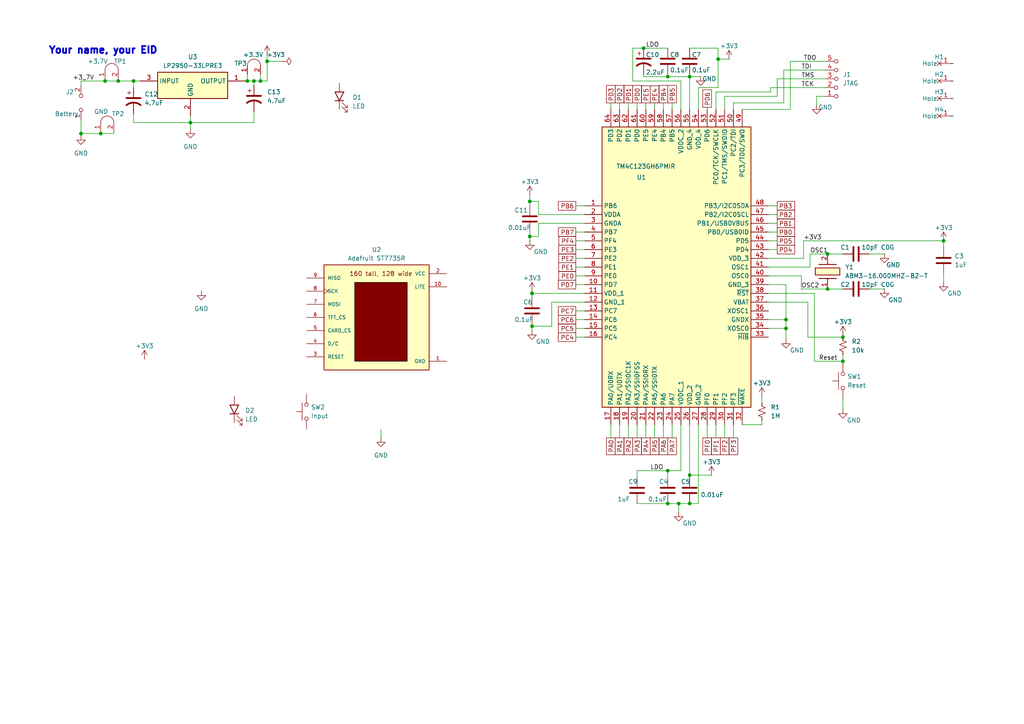
<source format=kicad_sch>
(kicad_sch (version 20231120) (generator "eeschema") (generator_version "8.0")
  (paper "A4")
  (title_block (title "ECE 445L Lab6 Project") (date "2024-02-27") (rev "v1.0.1") (company "The University of Texas at Austin"))
  (lib_symbols
    (symbol "ECE445L:ABM3-16.000MHZ-B2-T" (pin_names hide)
      (property "Reference" "Y" (at 8.89 6.35 0))
      (property "Value" "ABM3-16.000MHZ-B2-T" (at 8.89 3.81 0))
      (symbol "ABM3-16.000MHZ-B2-T_1_1"
        (polyline (pts (xy 3.048 0) (xy 2.54 0)) (stroke (width 0.254)))
        (polyline (pts (xy 3.048 2.54) (xy 3.048 -2.54)) (stroke (width 0.254)))
        (polyline (pts (xy 7.112 0) (xy 7.62 0)) (stroke (width 0.254)))
        (polyline (pts (xy 7.112 2.54) (xy 7.112 -2.54)) (stroke (width 0.254)))
        (rectangle (start 4.064 3.556) (end 6.096 -3.556) (stroke (width 0.254)) (fill (type background)))
        (pin passive line (at 0 0 0) (length 2.54) (name "1") (number "1"))
        (pin passive line (at 10.16 0 180) (length 2.54) (name "2") (number "2"))
      )
    )
    (symbol "ECE445L:Adafruit_ST7735R" (pin_names (offset 1.016))
      (property "Reference" "U?" (at -15.24 16.002 0))
      (property "Value" "Adafruit ST7735R" (at -15.24 -17.78 0))
      (symbol "Adafruit_ST7735R_0_0"
        (rectangle (start -15.24 15.24) (end 15.24 -15.24) (stroke (width 0.254)) (fill (type background)))
      )
      (symbol "Adafruit_ST7735R_1_0"
        (pin power_in line (at 20.32 -12.7 180) (length 5.08) (name "GND") (number "1"))
        (pin power_in line (at 20.32 8.89 180) (length 5.08) (name "LITE") (number "10"))
        (pin power_in line (at 20.32 12.7 180) (length 5.08) (name "VCC") (number "2"))
        (pin input line (at -20.32 -11.43 0) (length 5.08) (name "RESET") (number "3"))
        (pin input line (at -20.32 -7.62 0) (length 5.08) (name "D/C") (number "4"))
        (pin input line (at -20.32 -3.81 0) (length 5.08) (name "CARD_CS") (number "5"))
        (pin input line (at -20.32 0 0) (length 5.08) (name "TFT_CS") (number "6"))
        (pin input line (at -20.32 3.81 0) (length 5.08) (name "MOSI") (number "7"))
        (pin input clock (at -20.32 7.62 0) (length 5.08) (name "SCK") (number "8"))
        (pin output line (at -20.32 11.43 0) (length 5.08) (name "MISO") (number "9"))
      )
      (symbol "Adafruit_ST7735R_1_1"
        (rectangle (start -6.35 10.16) (end 8.89 -12.7) (stroke (width 0) (color 0 0 0 1)) (fill (type color) (color 132 0 0 1)))
        (text "160 tall, 128 wide" (at 1.27 12.7 0) (effects (font (size 1.27 1.27))))
      )
    )
    (symbol "ECE445L:C" (pin_numbers hide) (pin_names (offset 0.254))
      (property "Reference" "C" (at 0.635 2.54 0))
      (property "Value" "C" (at 0.635 -2.54 0))
      (symbol "C_0_1"
        (polyline (pts (xy -2.032 -0.762) (xy 2.032 -0.762)) (stroke (width 0.508)))
        (polyline (pts (xy -2.032 0.762) (xy 2.032 0.762)) (stroke (width 0.508)))
      )
      (symbol "C_1_1"
        (pin passive line (at 0 3.81 270) (length 2.794) (name "~") (number "1"))
        (pin passive line (at 0 -3.81 90) (length 2.794) (name "~") (number "2"))
      )
    )
    (symbol "ECE445L:C_Polarized" (pin_numbers hide) (pin_names (offset 0.254) hide)
      (property "Reference" "C" (at 0.635 2.54 0))
      (property "Value" "C_Polarized" (at 0.635 -2.54 0))
      (symbol "C_Polarized_0_1"
        (polyline (pts (xy -2.032 0.762) (xy 2.032 0.762)) (stroke (width 0.508)))
        (polyline (pts (xy -1.778 2.286) (xy -0.762 2.286)))
        (polyline (pts (xy -1.27 1.778) (xy -1.27 2.794)))
        (arc (start 2.032 -1.27) (mid 0 -0.5572) (end -2.032 -1.27) (stroke (width 0.508)))
      )
      (symbol "C_Polarized_1_1"
        (pin passive line (at 0 3.81 270) (length 2.794) (name "~") (number "1"))
        (pin passive line (at 0 -3.81 90) (length 3.302) (name "~") (number "2"))
      )
    )
    (symbol "ECE445L:Header_2" (pin_names (offset 0) hide)
      (property "Reference" "J" (at 0 2.794 0))
      (property "Value" "Header2" (at 0 -2.286 0))
      (symbol "Header_2_0_0"
        (circle (center -2.032 0) (radius 0.508))
        (circle (center 2.032 0) (radius 0.508))
      )
      (symbol "Header_2_1_1"
        (pin passive line (at -5.08 0 0) (length 2.54) (name "A") (number "1"))
        (pin passive line (at 5.08 0 180) (length 2.54) (name "B") (number "2"))
      )
    )
    (symbol "ECE445L:Header_5" (pin_names (offset 0) hide)
      (property "Reference" "J" (at 0 2.794 0))
      (property "Value" "Header_5" (at 8.89 -9.525 0))
      (symbol "Header_5_0_0"
        (circle (center 1.905 2.54) (radius 0.508))
      )
      (symbol "Header_5_1_0"
        (circle (center 1.905 -7.62) (radius 0.508))
        (circle (center 1.905 -5.08) (radius 0.508))
        (circle (center 1.905 -2.54) (radius 0.508))
        (circle (center 2.032 0) (radius 0.508))
      )
      (symbol "Header_5_1_1"
        (pin passive line (at 5.08 2.54 180) (length 2.54) (name "A") (number "1"))
        (pin passive line (at 5.08 0 180) (length 2.54) (name "B") (number "2"))
        (pin passive line (at 5.08 -2.54 180) (length 2.54) (name "C") (number "3"))
        (pin passive line (at 5.08 -5.08 180) (length 2.54) (name "C") (number "4"))
        (pin passive line (at 5.08 -7.62 180) (length 2.54) (name "C") (number "5"))
      )
    )
    (symbol "ECE445L:LED" (pin_numbers hide) (pin_names (offset 1.016) hide)
      (property "Reference" "D" (at 1.27 1.27 0))
      (property "Value" "LED" (at -5.08 -1.27 0))
      (symbol "LED_0_1"
        (polyline (pts (xy 0 -1.27) (xy -2.54 -1.27)) (stroke (width 0.254)))
        (polyline (pts (xy 0 1.27) (xy -2.54 1.27) (xy -1.27 -1.27) (xy 0 1.27)) (stroke (width 0.254)))
        (polyline (pts (xy -0.508 -3.048) (xy 1.016 -4.572) (xy 1.016 -3.81) (xy 1.016 -4.572) (xy 0.254 -4.572)))
        (polyline (pts (xy -0.508 -1.778) (xy 1.016 -3.302) (xy 1.016 -2.54) (xy 1.016 -3.302) (xy 0.254 -3.302)))
      )
      (symbol "LED_1_1"
        (pin passive line (at -1.27 -3.81 90) (length 2.54) (name "K") (number "1"))
        (pin passive line (at -1.27 3.81 270) (length 2.54) (name "A") (number "2"))
      )
    )
    (symbol "ECE445L:LP2950-33LPRE3"
      (property "Reference" "IC" (at 17.145 -2.54 0))
      (property "Value" "LP2950-33LPRE3" (at 8.255 4.445 0))
      (symbol "LP2950-33LPRE3_1_1"
        (rectangle (start 5.08 2.54) (end 25.4 -5.08) (stroke (width 0.254)) (fill (type background)))
        (pin power_out line (at 30.48 0 180) (length 5.08) (name "OUTPUT") (number "1"))
        (pin passive line (at 14.605 -10.16 90) (length 5.08) (name "GND") (number "2"))
        (pin power_in line (at 0 0 0) (length 5.08) (name "INPUT") (number "3"))
      )
    )
    (symbol "ECE445L:MountingHole"
      (property "Reference" "H" (at 0 0 0))
      (symbol "MountingHole_1_1"
        (pin power_in non_logic (at 0 0 180) (length 3.81) (name "Hole") (number "1"))
      )
    )
    (symbol "ECE445L:R_0.125W" (pin_numbers hide) (pin_names (offset 0.254) hide)
      (property "Reference" "R" (at 0.762 0.508 0))
      (property "Value" "R_0.125W" (at 0.762 -1.016 0))
      (symbol "R_0.125W_1_1"
        (polyline (pts (xy 0 0) (xy 1.016 -0.381) (xy 0 -0.762) (xy -1.016 -1.143) (xy 0 -1.524)))
        (polyline (pts (xy 0 1.524) (xy 1.016 1.143) (xy 0 0.762) (xy -1.016 0.381) (xy 0 0)))
        (pin passive line (at 0 2.54 270) (length 1.016) (name "~") (number "1"))
        (pin passive line (at 0 -2.54 90) (length 1.016) (name "~") (number "2"))
      )
    )
    (symbol "ECE445L:TM4C123GH6PMIR"
      (property "Reference" "IC" (at 49.53 27.94 0))
      (property "Value" "TM4C123GH6PMIR" (at 49.53 25.4 0))
      (symbol "TM4C123GH6PMIR_1_1"
        (rectangle (start 5.08 22.86) (end 48.26 -58.42) (stroke (width 0.254)) (fill (type background)))
        (pin passive line (at 0 0 0) (length 5.08) (name "PB6") (number "1"))
        (pin passive line (at 0 -22.86 0) (length 5.08) (name "PD7") (number "10"))
        (pin passive line (at 0 -25.4 0) (length 5.08) (name "VDD_1") (number "11"))
        (pin passive line (at 0 -27.94 0) (length 5.08) (name "GND_1") (number "12"))
        (pin passive line (at 0 -30.48 0) (length 5.08) (name "PC7") (number "13"))
        (pin passive line (at 0 -33.02 0) (length 5.08) (name "PC6") (number "14"))
        (pin passive line (at 0 -35.56 0) (length 5.08) (name "PC5") (number "15"))
        (pin passive line (at 0 -38.1 0) (length 5.08) (name "PC4") (number "16"))
        (pin passive line (at 7.62 -63.5 90) (length 5.08) (name "PA0/U0RX") (number "17"))
        (pin passive line (at 10.16 -63.5 90) (length 5.08) (name "PA1/U0TX") (number "18"))
        (pin passive line (at 12.7 -63.5 90) (length 5.08) (name "PA2/SSI0C1K") (number "19"))
        (pin passive line (at 0 -2.54 0) (length 5.08) (name "VDDA") (number "2"))
        (pin passive line (at 15.24 -63.5 90) (length 5.08) (name "PA3/SSI0FSS") (number "20"))
        (pin passive line (at 17.78 -63.5 90) (length 5.08) (name "PA4/SSI0RX") (number "21"))
        (pin passive line (at 20.32 -63.5 90) (length 5.08) (name "PA5/SSI0TX") (number "22"))
        (pin passive line (at 22.86 -63.5 90) (length 5.08) (name "PA6") (number "23"))
        (pin passive line (at 25.4 -63.5 90) (length 5.08) (name "PA7") (number "24"))
        (pin passive line (at 27.94 -63.5 90) (length 5.08) (name "VDDC_1") (number "25"))
        (pin passive line (at 30.48 -63.5 90) (length 5.08) (name "VDD_2") (number "26"))
        (pin passive line (at 33.02 -63.5 90) (length 5.08) (name "GND_2") (number "27"))
        (pin passive line (at 35.56 -63.5 90) (length 5.08) (name "PF0") (number "28"))
        (pin passive line (at 38.1 -63.5 90) (length 5.08) (name "PF1") (number "29"))
        (pin passive line (at 0 -5.08 0) (length 5.08) (name "GNDA") (number "3"))
        (pin passive line (at 40.64 -63.5 90) (length 5.08) (name "PF2") (number "30"))
        (pin passive line (at 43.18 -63.5 90) (length 5.08) (name "PF3") (number "31"))
        (pin passive line (at 45.72 -63.5 90) (length 5.08) (name "~{WAKE}") (number "32"))
        (pin passive line (at 53.34 -38.1 180) (length 5.08) (name "~{HIB}") (number "33"))
        (pin passive line (at 53.34 -35.56 180) (length 5.08) (name "XOSC0") (number "34"))
        (pin passive line (at 53.34 -33.02 180) (length 5.08) (name "GNDX") (number "35"))
        (pin passive line (at 53.34 -30.48 180) (length 5.08) (name "XOSC1") (number "36"))
        (pin passive line (at 53.34 -27.94 180) (length 5.08) (name "VBAT") (number "37"))
        (pin passive line (at 53.34 -25.4 180) (length 5.08) (name "~{RST}") (number "38"))
        (pin passive line (at 53.34 -22.86 180) (length 5.08) (name "GND_3") (number "39"))
        (pin passive line (at 0 -7.62 0) (length 5.08) (name "PB7") (number "4"))
        (pin passive line (at 53.34 -20.32 180) (length 5.08) (name "OSC0") (number "40"))
        (pin passive line (at 53.34 -17.78 180) (length 5.08) (name "OSC1") (number "41"))
        (pin passive line (at 53.34 -15.24 180) (length 5.08) (name "VDD_3") (number "42"))
        (pin passive line (at 53.34 -12.7 180) (length 5.08) (name "PD4") (number "43"))
        (pin passive line (at 53.34 -10.16 180) (length 5.08) (name "PD5") (number "44"))
        (pin passive line (at 53.34 -7.62 180) (length 5.08) (name "PB0/USB0ID") (number "45"))
        (pin passive line (at 53.34 -5.08 180) (length 5.08) (name "PB1/USB0VBUS") (number "46"))
        (pin passive line (at 53.34 -2.54 180) (length 5.08) (name "PB2/I2C0SCL") (number "47"))
        (pin passive line (at 53.34 0 180) (length 5.08) (name "PB3/I2C0SDA") (number "48"))
        (pin passive line (at 45.72 27.94 270) (length 5.08) (name "PC3/TDO/SWO") (number "49"))
        (pin passive line (at 0 -10.16 0) (length 5.08) (name "PF4") (number "5"))
        (pin passive line (at 43.18 27.94 270) (length 5.08) (name "PC2/TDI") (number "50"))
        (pin passive line (at 40.64 27.94 270) (length 5.08) (name "PC1/TMS/SWDIO") (number "51"))
        (pin passive line (at 38.1 27.94 270) (length 5.08) (name "PC0/TCK/SWCLK") (number "52"))
        (pin passive line (at 35.56 27.94 270) (length 5.08) (name "PD6") (number "53"))
        (pin passive line (at 33.02 27.94 270) (length 5.08) (name "VDD_4") (number "54"))
        (pin passive line (at 30.48 27.94 270) (length 5.08) (name "GND_4") (number "55"))
        (pin passive line (at 27.94 27.94 270) (length 5.08) (name "VDDC_2") (number "56"))
        (pin passive line (at 25.4 27.94 270) (length 5.08) (name "PB5") (number "57"))
        (pin passive line (at 22.86 27.94 270) (length 5.08) (name "PB4") (number "58"))
        (pin passive line (at 20.32 27.94 270) (length 5.08) (name "PE4") (number "59"))
        (pin passive line (at 0 -12.7 0) (length 5.08) (name "PE3") (number "6"))
        (pin passive line (at 17.78 27.94 270) (length 5.08) (name "PE5") (number "60"))
        (pin passive line (at 15.24 27.94 270) (length 5.08) (name "PD0") (number "61"))
        (pin passive line (at 12.7 27.94 270) (length 5.08) (name "PD1") (number "62"))
        (pin passive line (at 10.16 27.94 270) (length 5.08) (name "PD2") (number "63"))
        (pin passive line (at 7.62 27.94 270) (length 5.08) (name "PD3") (number "64"))
        (pin passive line (at 0 -15.24 0) (length 5.08) (name "PE2") (number "7"))
        (pin passive line (at 0 -17.78 0) (length 5.08) (name "PE1") (number "8"))
        (pin passive line (at 0 -20.32 0) (length 5.08) (name "PE0") (number "9"))
      )
    )
    (symbol "ECE445L:Testpoint" (pin_names (offset 0) hide)
      (property "Reference" "TP" (at 0 2.794 0))
      (property "Value" "TP" (at 0 -2.286 0))
      (symbol "Testpoint_0_1"
        (arc (start 0 4.445) (mid -1.347 3.887) (end -1.905 2.54))
        (arc (start 1.9051 2.5401) (mid 1.3471 3.8871) (end 0.0001 4.4451))
      )
      (symbol "Testpoint_1_1"
        (pin passive line (at -1.905 0 90) (length 2.54) (name "A") (number "1"))
        (pin passive line (at 1.905 0 90) (length 2.54) (name "B") (number "2"))
      )
    )
    (symbol "Switch:SW_Push" (pin_numbers hide) (pin_names (offset 1.016) hide)
      (property "Reference" "SW" (at 1.27 2.54 0))
      (property "Value" "SW_Push" (at 0 -1.524 0))
      (symbol "SW_Push_0_1"
        (circle (center -2.032 0) (radius 0.508))
        (polyline (pts (xy 0 1.27) (xy 0 3.048)))
        (polyline (pts (xy 2.54 1.27) (xy -2.54 1.27)))
        (circle (center 2.032 0) (radius 0.508))
        (pin passive line (at -5.08 0 0) (length 2.54) (name "1") (number "1"))
        (pin passive line (at 5.08 0 180) (length 2.54) (name "2") (number "2"))
      )
    )
    (symbol "power:+3V3" (power) (pin_numbers hide) (pin_names (offset 0) hide)
      (property "Value" "+3V3" (at 0 3.556 0))
      (symbol "+3V3_0_1"
        (polyline (pts (xy -0.762 1.27) (xy 0 2.54)))
        (polyline (pts (xy 0 0) (xy 0 2.54)))
        (polyline (pts (xy 0 2.54) (xy 0.762 1.27)))
      )
      (symbol "+3V3_1_1"
        (pin power_in line (at 0 0 90) (length 0) (name "~") (number "1"))
      )
    )
    (symbol "power:GND" (power) (pin_numbers hide) (pin_names (offset 0) hide)
      (property "Value" "GND" (at 0 -3.81 0))
      (symbol "GND_0_1"
        (polyline (pts (xy 0 0) (xy 0 -1.27) (xy 1.27 -1.27) (xy 0 -2.54) (xy -1.27 -1.27) (xy 0 -1.27)))
      )
      (symbol "GND_1_1"
        (pin power_in line (at 0 0 270) (length 0) (name "~") (number "1"))
      )
    )
    (symbol "power:PWR_FLAG" (power) (pin_numbers hide) (pin_names (offset 0) hide)
      (property "Value" "PWR_FLAG" (at 0 3.81 0))
      (symbol "PWR_FLAG_0_0"
        (pin power_out line (at 0 0 90) (length 0) (name "~") (number "1"))
      )
      (symbol "PWR_FLAG_0_1"
        (polyline (pts (xy 0 0) (xy 0 1.27) (xy -1.016 1.905) (xy 0 2.54) (xy 1.016 1.905) (xy 0 1.27)))
      )
    )
  )
  (junction (at 200.025 22.225))
  (junction (at 34.29 23.495))
  (junction (at 273.685 69.85))
  (junction (at 77.47 17.78))
  (junction (at 244.475 104.775))
  (junction (at 30.48 23.495))
  (junction (at 38.735 23.495))
  (junction (at 23.495 38.735))
  (junction (at 75.565 23.495))
  (junction (at 240.03 73.66))
  (junction (at 196.85 146.05))
  (junction (at 186.69 13.97))
  (junction (at 193.675 146.05))
  (junction (at 73.66 23.495))
  (junction (at 154.305 94.615))
  (junction (at 193.675 136.525))
  (junction (at 153.67 58.42))
  (junction (at 71.755 23.495))
  (junction (at 200.025 137.795))
  (junction (at 227.965 95.25))
  (junction (at 208.28 17.145))
  (junction (at 227.965 92.71))
  (junction (at 29.21 38.735))
  (junction (at 154.305 85.09))
  (junction (at 240.03 83.82))
  (junction (at 244.475 97.79))
  (junction (at 153.67 68.58))
  (junction (at 200.025 146.05))
  (junction (at 193.675 22.225))
  (junction (at 55.245 35.56))
  (wire (pts (xy 208.28 13.97) (xy 200.025 13.97)))
  (wire (pts (xy 202.565 25.4) (xy 208.28 25.4)))
  (wire (pts (xy 212.725 123.19) (xy 212.725 127)))
  (wire (pts (xy 273.685 79.375) (xy 273.685 81.915)))
  (wire (pts (xy 232.41 83.82) (xy 240.03 83.82)))
  (wire (pts (xy 184.785 136.525) (xy 193.675 136.525)))
  (wire (pts (xy 75.565 23.495) (xy 77.47 23.495)))
  (wire (pts (xy 240.03 83.82) (xy 244.475 83.82)))
  (wire (pts (xy 220.98 114.935) (xy 220.98 116.84)))
  (wire (pts (xy 154.305 93.98) (xy 154.305 94.615)))
  (wire (pts (xy 200.025 123.19) (xy 200.025 137.795)))
  (wire (pts (xy 244.475 115.57) (xy 244.475 118.745)))
  (wire (pts (xy 211.455 17.145) (xy 208.28 17.145)))
  (wire (pts (xy 38.735 35.56) (xy 55.245 35.56)))
  (wire (pts (xy 208.28 17.145) (xy 208.28 25.4)))
  (wire (pts (xy 29.21 38.735) (xy 23.495 38.735)))
  (wire (pts (xy 189.865 29.845) (xy 189.865 31.75)))
  (wire (pts (xy 110.49 124.46) (xy 110.49 127)))
  (wire (pts (xy 23.495 23.495) (xy 30.48 23.495)))
  (wire (pts (xy 200.025 137.795) (xy 200.025 138.43)))
  (wire (pts (xy 30.48 22.86) (xy 30.48 23.495)))
  (wire (pts (xy 222.885 69.85) (xy 225.425 69.85)))
  (wire (pts (xy 222.885 80.01) (xy 232.41 80.01)))
  (wire (pts (xy 273.685 69.85) (xy 273.685 71.755)))
  (wire (pts (xy 227.33 29.845) (xy 227.33 20.32)))
  (wire (pts (xy 222.885 72.39) (xy 225.425 72.39)))
  (wire (pts (xy 207.645 26.67) (xy 223.52 26.67)))
  (wire (pts (xy 193.675 146.05) (xy 196.85 146.05)))
  (wire (pts (xy 202.565 123.19) (xy 202.565 146.05)))
  (wire (pts (xy 193.675 22.225) (xy 200.025 22.225)))
  (wire (pts (xy 73.66 23.495) (xy 75.565 23.495)))
  (wire (pts (xy 77.47 15.875) (xy 77.47 17.78)))
  (wire (pts (xy 200.025 146.05) (xy 196.85 146.05)))
  (wire (pts (xy 202.565 146.05) (xy 200.025 146.05)))
  (wire (pts (xy 229.235 31.75) (xy 229.235 17.78)))
  (wire (pts (xy 167.005 92.71) (xy 169.545 92.71)))
  (wire (pts (xy 193.675 136.525) (xy 193.675 138.43)))
  (wire (pts (xy 200.025 22.225) (xy 200.025 31.75)))
  (wire (pts (xy 210.185 123.19) (xy 210.185 127)))
  (wire (pts (xy 160.02 87.63) (xy 160.02 94.615)))
  (wire (pts (xy 187.325 29.845) (xy 187.325 31.75)))
  (wire (pts (xy 196.85 146.05) (xy 196.85 148.59)))
  (wire (pts (xy 233.045 69.85) (xy 273.685 69.85)))
  (wire (pts (xy 227.965 95.25) (xy 227.965 98.425)))
  (wire (pts (xy 252.095 73.66) (xy 256.54 73.66)))
  (wire (pts (xy 222.885 74.93) (xy 233.045 74.93)))
  (wire (pts (xy 208.28 13.97) (xy 208.28 17.145)))
  (wire (pts (xy 200.025 21.59) (xy 200.025 22.225)))
  (wire (pts (xy 234.95 73.66) (xy 240.03 73.66)))
  (wire (pts (xy 225.425 27.94) (xy 225.425 22.86)))
  (wire (pts (xy 167.005 77.47) (xy 169.545 77.47)))
  (wire (pts (xy 197.485 123.19) (xy 197.485 136.525)))
  (wire (pts (xy 222.885 77.47) (xy 234.95 77.47)))
  (wire (pts (xy 167.005 59.69) (xy 169.545 59.69)))
  (wire (pts (xy 177.165 29.845) (xy 177.165 31.75)))
  (wire (pts (xy 186.69 13.97) (xy 193.675 13.97)))
  (wire (pts (xy 187.325 123.19) (xy 187.325 127)))
  (wire (pts (xy 154.305 85.09) (xy 154.305 86.36)))
  (wire (pts (xy 197.485 136.525) (xy 193.675 136.525)))
  (wire (pts (xy 55.245 35.56) (xy 55.245 37.465)))
  (wire (pts (xy 234.315 97.79) (xy 244.475 97.79)))
  (wire (pts (xy 244.475 97.155) (xy 244.475 97.79)))
  (wire (pts (xy 167.005 67.31) (xy 169.545 67.31)))
  (wire (pts (xy 222.885 85.09) (xy 236.22 85.09)))
  (wire (pts (xy 153.67 58.42) (xy 156.21 58.42)))
  (wire (pts (xy 223.52 26.67) (xy 223.52 25.4)))
  (wire (pts (xy 222.885 59.69) (xy 225.425 59.69)))
  (wire (pts (xy 73.66 32.385) (xy 73.66 35.56)))
  (wire (pts (xy 222.885 87.63) (xy 234.315 87.63)))
  (wire (pts (xy 177.165 123.19) (xy 177.165 127)))
  (wire (pts (xy 169.545 87.63) (xy 160.02 87.63)))
  (wire (pts (xy 38.735 33.02) (xy 38.735 35.56)))
  (wire (pts (xy 156.21 64.77) (xy 156.21 68.58)))
  (wire (pts (xy 160.02 94.615) (xy 154.305 94.615)))
  (wire (pts (xy 167.005 97.79) (xy 169.545 97.79)))
  (wire (pts (xy 182.245 29.845) (xy 182.245 31.75)))
  (wire (pts (xy 38.735 23.495) (xy 40.64 23.495)))
  (wire (pts (xy 197.485 31.75) (xy 197.485 23.495)))
  (wire (pts (xy 73.66 35.56) (xy 55.245 35.56)))
  (wire (pts (xy 156.21 68.58) (xy 153.67 68.58)))
  (wire (pts (xy 183.515 23.495) (xy 183.515 13.97)))
  (wire (pts (xy 210.185 31.75) (xy 210.185 27.94)))
  (wire (pts (xy 71.755 21.59) (xy 71.755 23.495)))
  (wire (pts (xy 205.105 123.19) (xy 205.105 127)))
  (wire (pts (xy 169.545 64.77) (xy 156.21 64.77)))
  (wire (pts (xy 215.265 31.75) (xy 229.235 31.75)))
  (wire (pts (xy 227.965 92.71) (xy 227.965 95.25)))
  (wire (pts (xy 244.475 104.775) (xy 244.475 105.41)))
  (wire (pts (xy 193.675 21.59) (xy 193.675 22.225)))
  (wire (pts (xy 233.045 74.93) (xy 233.045 69.85)))
  (wire (pts (xy 222.885 92.71) (xy 227.965 92.71)))
  (wire (pts (xy 156.21 62.23) (xy 169.545 62.23)))
  (wire (pts (xy 153.67 68.58) (xy 153.67 69.85)))
  (wire (pts (xy 222.885 64.77) (xy 225.425 64.77)))
  (wire (pts (xy 34.29 22.86) (xy 34.29 23.495)))
  (wire (pts (xy 75.565 21.59) (xy 75.565 23.495)))
  (wire (pts (xy 167.005 82.55) (xy 169.545 82.55)))
  (wire (pts (xy 183.515 13.97) (xy 186.69 13.97)))
  (wire (pts (xy 212.725 31.75) (xy 212.725 29.845)))
  (wire (pts (xy 23.495 38.735) (xy 23.495 39.37)))
  (wire (pts (xy 227.965 82.55) (xy 227.965 92.71)))
  (wire (pts (xy 182.245 123.19) (xy 182.245 127)))
  (wire (pts (xy 34.29 23.495) (xy 38.735 23.495)))
  (wire (pts (xy 200.025 22.225) (xy 203.2 22.225)))
  (wire (pts (xy 207.645 31.75) (xy 207.645 26.67)))
  (wire (pts (xy 222.885 95.25) (xy 227.965 95.25)))
  (wire (pts (xy 29.21 38.1) (xy 29.21 38.735)))
  (wire (pts (xy 207.645 123.19) (xy 207.645 127)))
  (wire (pts (xy 212.725 29.845) (xy 227.33 29.845)))
  (wire (pts (xy 222.885 62.23) (xy 225.425 62.23)))
  (wire (pts (xy 215.265 123.19) (xy 220.98 123.19)))
  (wire (pts (xy 229.235 17.78) (xy 239.395 17.78)))
  (wire (pts (xy 167.005 95.25) (xy 169.545 95.25)))
  (wire (pts (xy 205.105 31.115) (xy 205.105 31.75)))
  (wire (pts (xy 220.98 123.19) (xy 220.98 121.92)))
  (wire (pts (xy 179.705 29.845) (xy 179.705 31.75)))
  (wire (pts (xy 23.495 34.925) (xy 23.495 38.735)))
  (wire (pts (xy 71.12 23.495) (xy 71.755 23.495)))
  (wire (pts (xy 202.565 31.75) (xy 202.565 25.4)))
  (wire (pts (xy 153.67 58.42) (xy 153.67 59.69)))
  (wire (pts (xy 244.475 102.87) (xy 244.475 104.775)))
  (wire (pts (xy 77.47 23.495) (xy 77.47 17.78)))
  (wire (pts (xy 197.485 23.495) (xy 183.515 23.495)))
  (wire (pts (xy 71.755 23.495) (xy 73.66 23.495)))
  (wire (pts (xy 154.305 85.09) (xy 154.305 84.455)))
  (wire (pts (xy 186.69 22.225) (xy 193.675 22.225)))
  (wire (pts (xy 153.67 67.31) (xy 153.67 68.58)))
  (wire (pts (xy 234.315 87.63) (xy 234.315 97.79)))
  (wire (pts (xy 154.305 94.615) (xy 154.305 95.885)))
  (wire (pts (xy 184.785 29.845) (xy 184.785 31.75)))
  (wire (pts (xy 240.03 73.66) (xy 244.475 73.66)))
  (wire (pts (xy 167.005 72.39) (xy 169.545 72.39)))
  (wire (pts (xy 227.33 20.32) (xy 239.395 20.32)))
  (wire (pts (xy 192.405 123.19) (xy 192.405 127)))
  (wire (pts (xy 153.67 56.515) (xy 153.67 58.42)))
  (wire (pts (xy 239.395 27.94) (xy 236.855 27.94)))
  (wire (pts (xy 167.005 69.85) (xy 169.545 69.85)))
  (wire (pts (xy 33.02 38.735) (xy 29.21 38.735)))
  (wire (pts (xy 184.785 138.43) (xy 184.785 136.525)))
  (wire (pts (xy 33.02 38.1) (xy 33.02 38.735)))
  (wire (pts (xy 192.405 29.845) (xy 192.405 31.75)))
  (wire (pts (xy 236.22 85.09) (xy 236.22 104.775)))
  (wire (pts (xy 167.005 90.17) (xy 169.545 90.17)))
  (wire (pts (xy 169.545 85.09) (xy 154.305 85.09)))
  (wire (pts (xy 222.885 67.31) (xy 225.425 67.31)))
  (wire (pts (xy 81.915 17.78) (xy 77.47 17.78)))
  (wire (pts (xy 38.735 23.495) (xy 38.735 25.4)))
  (wire (pts (xy 200.025 137.795) (xy 206.375 137.795)))
  (wire (pts (xy 156.21 62.23) (xy 156.21 58.42)))
  (wire (pts (xy 234.95 77.47) (xy 234.95 73.66)))
  (wire (pts (xy 167.005 80.01) (xy 169.545 80.01)))
  (wire (pts (xy 232.41 80.01) (xy 232.41 83.82)))
  (wire (pts (xy 210.185 27.94) (xy 225.425 27.94)))
  (wire (pts (xy 225.425 22.86) (xy 239.395 22.86)))
  (wire (pts (xy 222.885 82.55) (xy 227.965 82.55)))
  (wire (pts (xy 23.495 24.765) (xy 23.495 23.495)))
  (wire (pts (xy 184.785 146.05) (xy 193.675 146.05)))
  (wire (pts (xy 184.785 123.19) (xy 184.785 127)))
  (wire (pts (xy 179.705 123.19) (xy 179.705 127)))
  (wire (pts (xy 55.245 33.655) (xy 55.245 35.56)))
  (wire (pts (xy 73.66 23.495) (xy 73.66 24.765)))
  (wire (pts (xy 252.095 83.82) (xy 256.54 83.82)))
  (wire (pts (xy 186.69 21.59) (xy 186.69 22.225)))
  (wire (pts (xy 236.22 104.775) (xy 244.475 104.775)))
  (wire (pts (xy 167.005 74.93) (xy 169.545 74.93)))
  (wire (pts (xy 194.945 123.19) (xy 194.945 127)))
  (wire (pts (xy 194.945 29.845) (xy 194.945 31.75)))
  (wire (pts (xy 236.855 27.94) (xy 236.855 30.48)))
  (wire (pts (xy 30.48 23.495) (xy 34.29 23.495)))
  (wire (pts (xy 223.52 25.4) (xy 239.395 25.4)))
  (wire (pts (xy 189.865 123.19) (xy 189.865 127)))
  (text "Your name, your EID" (at 13.97 15.875 0) (effects (font (size 2 2) (thickness 0.6) (bold yes)) (justify left bottom)))
  (label "OSC2" (at 232.41 83.82 0))
  (label "TCK" (at 232.41 25.4 0))
  (label "TDI" (at 232.41 20.32 0))
  (label "LDO" (at 188.595 136.525 0))
  (label "TDO" (at 233.045 17.78 0))
  (label "TMS" (at 232.41 22.86 0))
  (label "LDO" (at 187.325 13.97 0))
  (label "OSC1" (at 234.95 73.66 0))
  (label "Reset" (at 237.49 104.775 0))
  (label "+3V3" (at 233.045 69.85 0))
  (label "+3_7V" (at 27.305 23.495 180))
  (global_label "PD7" (shape passive) (at 167.005 82.55 180) (property "Intersheetrefs" "${INTERSHEET_REFS}" (effects (hide yes))))
  (global_label "PE4" (shape passive) (at 189.865 29.845 90) (property "Intersheetrefs" "${INTERSHEET_REFS}" (effects (hide yes))))
  (global_label "PC7" (shape passive) (at 167.005 90.17 180) (property "Intersheetrefs" "${INTERSHEET_REFS}" (effects (hide yes))))
  (global_label "PF3" (shape passive) (at 212.725 127 270) (property "Intersheetrefs" "${INTERSHEET_REFS}" (effects (hide yes))))
  (global_label "PD2" (shape passive) (at 179.705 29.845 90) (property "Intersheetrefs" "${INTERSHEET_REFS}" (effects (hide yes))))
  (global_label "PA0" (shape passive) (at 177.165 127 270) (property "Intersheetrefs" "${INTERSHEET_REFS}" (effects (hide yes))))
  (global_label "PA4" (shape passive) (at 187.325 127 270) (property "Intersheetrefs" "${INTERSHEET_REFS}" (effects (hide yes))))
  (global_label "PB3" (shape passive) (at 225.425 59.69 0) (property "Intersheetrefs" "${INTERSHEET_REFS}" (effects (hide yes))))
  (global_label "PD3" (shape passive) (at 177.165 29.845 90) (property "Intersheetrefs" "${INTERSHEET_REFS}" (effects (hide yes))))
  (global_label "PB5" (shape passive) (at 194.945 29.845 90) (property "Intersheetrefs" "${INTERSHEET_REFS}" (effects (hide yes))))
  (global_label "PB1" (shape passive) (at 225.425 64.77 0) (property "Intersheetrefs" "${INTERSHEET_REFS}" (effects (hide yes))))
  (global_label "PD4" (shape passive) (at 225.425 72.39 0) (property "Intersheetrefs" "${INTERSHEET_REFS}" (effects (hide yes))))
  (global_label "PC6" (shape passive) (at 167.005 92.71 180) (property "Intersheetrefs" "${INTERSHEET_REFS}" (effects (hide yes))))
  (global_label "PA1" (shape passive) (at 179.705 127 270) (property "Intersheetrefs" "${INTERSHEET_REFS}" (effects (hide yes))))
  (global_label "PA6" (shape passive) (at 192.405 127 270) (property "Intersheetrefs" "${INTERSHEET_REFS}" (effects (hide yes))))
  (global_label "PC4" (shape passive) (at 167.005 97.79 180) (property "Intersheetrefs" "${INTERSHEET_REFS}" (effects (hide yes))))
  (global_label "PF1" (shape passive) (at 207.645 127 270) (property "Intersheetrefs" "${INTERSHEET_REFS}" (effects (hide yes))))
  (global_label "PB4" (shape passive) (at 192.405 29.845 90) (property "Intersheetrefs" "${INTERSHEET_REFS}" (effects (hide yes))))
  (global_label "PF2" (shape passive) (at 210.185 127 270) (property "Intersheetrefs" "${INTERSHEET_REFS}" (effects (hide yes))))
  (global_label "PC5" (shape passive) (at 167.005 95.25 180) (property "Intersheetrefs" "${INTERSHEET_REFS}" (effects (hide yes))))
  (global_label "PF4" (shape passive) (at 167.005 69.85 180) (property "Intersheetrefs" "${INTERSHEET_REFS}" (effects (hide yes))))
  (global_label "PF0" (shape passive) (at 205.105 127 270) (property "Intersheetrefs" "${INTERSHEET_REFS}" (effects (hide yes))))
  (global_label "PA3" (shape passive) (at 184.785 127 270) (property "Intersheetrefs" "${INTERSHEET_REFS}" (effects (hide yes))))
  (global_label "PB2" (shape passive) (at 225.425 62.23 0) (property "Intersheetrefs" "${INTERSHEET_REFS}" (effects (hide yes))))
  (global_label "PD0" (shape passive) (at 184.785 29.845 90) (property "Intersheetrefs" "${INTERSHEET_REFS}" (effects (hide yes))))
  (global_label "PE3" (shape passive) (at 167.005 72.39 180) (property "Intersheetrefs" "${INTERSHEET_REFS}" (effects (hide yes))))
  (global_label "PB6" (shape passive) (at 167.005 59.69 180) (property "Intersheetrefs" "${INTERSHEET_REFS}" (effects (hide yes))))
  (global_label "PD1" (shape passive) (at 182.245 29.845 90) (property "Intersheetrefs" "${INTERSHEET_REFS}" (effects (hide yes))))
  (global_label "PE1" (shape passive) (at 167.005 77.47 180) (property "Intersheetrefs" "${INTERSHEET_REFS}" (effects (hide yes))))
  (global_label "PB7" (shape passive) (at 167.005 67.31 180) (property "Intersheetrefs" "${INTERSHEET_REFS}" (effects (hide yes))))
  (global_label "PA7" (shape passive) (at 194.945 127 270) (property "Intersheetrefs" "${INTERSHEET_REFS}" (effects (hide yes))))
  (global_label "PE5" (shape passive) (at 187.325 29.845 90) (property "Intersheetrefs" "${INTERSHEET_REFS}" (effects (hide yes))))
  (global_label "PA5" (shape passive) (at 189.865 127 270) (property "Intersheetrefs" "${INTERSHEET_REFS}" (effects (hide yes))))
  (global_label "PD6" (shape passive) (at 205.105 31.115 90) (property "Intersheetrefs" "${INTERSHEET_REFS}" (effects (hide yes))))
  (global_label "PB0" (shape passive) (at 225.425 67.31 0) (property "Intersheetrefs" "${INTERSHEET_REFS}" (effects (hide yes))))
  (global_label "PE0" (shape passive) (at 167.005 80.01 180) (property "Intersheetrefs" "${INTERSHEET_REFS}" (effects (hide yes))))
  (global_label "PD5" (shape passive) (at 225.425 69.85 0) (property "Intersheetrefs" "${INTERSHEET_REFS}" (effects (hide yes))))
  (global_label "PA2" (shape passive) (at 182.245 127 270) (property "Intersheetrefs" "${INTERSHEET_REFS}" (effects (hide yes))))
  (global_label "PE2" (shape passive) (at 167.005 74.93 180) (property "Intersheetrefs" "${INTERSHEET_REFS}" (effects (hide yes))))
  (symbol (lib_id "power:GND") (at 203.2 22.225 0) (unit 1)
    (property "Reference" "#PWR015" (effects (hide yes)))
    (property "Value" "GND" (at 205.74 22.86 0))
    (property "Description" "Power symbol creates a global label with name \"GND\" , ground" (effects (hide yes)))
  )
  (symbol (lib_id "ECE445L:C") (at 154.305 90.17 0) (unit 1)
    (property "Reference" "C6" (at 151.765 87.63 0) (effects (justify left)))
    (property "Value" "0.1uF" (at 149.225 92.71 0) (effects (justify left)))
    (property "Footprint" "ECE445L:C_Axial_200mil" (effects (hide yes)))
    (property "Description" "Unpolarized capacitor" (effects (hide yes)))
  )
  (symbol (lib_id "power:GND") (at 196.85 148.59 0) (unit 1)
    (property "Reference" "#PWR012" (effects (hide yes)))
    (property "Value" "GND" (at 200.025 151.765 0))
    (property "Description" "Power symbol creates a global label with name \"GND\" , ground" (effects (hide yes)))
  )
  (symbol (lib_id "ECE445L:C") (at 200.025 17.78 0) (unit 1)
    (property "Reference" "C7" (at 200.66 15.875 0) (effects (justify left)))
    (property "Value" "0.1uF" (at 200.66 20.32 0) (effects (justify left)))
    (property "Footprint" "ECE445L:C_Axial_200mil" (effects (hide yes)))
    (property "Description" "Unpolarized capacitor" (effects (hide yes)))
  )
  (symbol (lib_id "ECE445L:C_Polarized") (at 38.735 29.21 0) (unit 1)
    (property "Reference" "C12" (at 41.91 27.305 0) (effects (justify left)))
    (property "Value" "4.7uF" (at 41.91 29.845 0) (effects (justify left)))
    (property "Footprint" "ECE445L:CP_Radial_Tantal200mil" (effects (hide yes)))
    (property "Description" "Polarized capacitor, US symbol" (effects (hide yes)))
  )
  (symbol (lib_id "ECE445L:R_0.125W") (at 244.475 100.33 0) (unit 1)
    (property "Reference" "R2" (at 247.015 99.06 0) (effects (justify left)))
    (property "Value" "10k" (at 247.015 101.6 0) (effects (justify left)))
    (property "Footprint" "ECE445L:R_Axial_DIN0204_L3.6mm_D1.6mm_P7.62mm_Horizontal" (effects (hide yes)))
    (property "Datasheet" "https://users.ece.utexas.edu/~valvano/mspm0/CarbonFilmresistors.pdf" (effects (hide yes)))
    (property "Description" "Resistor, small US symbol" (effects (hide yes)))
  )
  (symbol (lib_id "ECE445L:LED") (at 69.215 118.745 0) (unit 1)
    (property "Reference" "D2" (at 71.12 119.0625 0) (effects (justify left)))
    (property "Value" "LED" (at 71.12 121.6025 0) (effects (justify left)))
    (property "Footprint" "ECE445L:LED_D5.0mm" (effects (hide yes)))
    (property "Datasheet" "https://users.ece.utexas.edu/~valvano/mspm0/HLMP-4700.pdf" (effects (hide yes)))
    (property "Description" "Light emitting diode" (effects (hide yes)))
  )
  (symbol (lib_id "power:+3V3") (at 220.98 114.935 0) (unit 1)
    (property "Reference" "#PWR03" (effects (hide yes)))
    (property "Value" "+3V3" (at 220.98 111.125 0))
    (property "Description" "Power symbol creates a global label with name \"+3V3\"" (effects (hide yes)))
  )
  (symbol (lib_id "Switch:SW_Push") (at 88.9 119.38 90) (unit 1)
    (property "Reference" "SW2" (at 90.17 118.11 90) (effects (justify right)))
    (property "Value" "Input" (at 90.17 120.65 90) (effects (justify right)))
    (property "Footprint" "Button_Switch_THT:SW_PUSH_6mm" (effects (hide yes)))
    (property "Description" "Push button switch, generic, two pins" (effects (hide yes)))
  )
  (symbol (lib_id "ECE445L:C") (at 184.785 142.24 0) (unit 1)
    (property "Reference" "C9" (at 182.245 139.7 0) (effects (justify left)))
    (property "Value" "1uF" (at 179.07 144.78 0) (effects (justify left)))
    (property "Footprint" "ECE445L:C_Axial_200mil" (effects (hide yes)))
    (property "Description" "Unpolarized capacitor" (effects (hide yes)))
  )
  (symbol (lib_id "power:+3V3") (at 244.475 97.155 0) (unit 1)
    (property "Reference" "#PWR05" (effects (hide yes)))
    (property "Value" "+3V3" (at 244.475 93.345 0))
    (property "Description" "Power symbol creates a global label with name \"+3V3\"" (effects (hide yes)))
  )
  (symbol (lib_id "power:GND") (at 256.54 73.66 0) (unit 1)
    (property "Reference" "#PWR02" (effects (hide yes)))
    (property "Value" "GND" (at 259.08 76.835 0))
    (property "Description" "Power symbol creates a global label with name \"GND\" , ground" (effects (hide yes)))
  )
  (symbol (lib_id "ECE445L:LED") (at 99.695 27.94 0) (unit 1)
    (property "Reference" "D1" (at 102.235 28.2575 0) (effects (justify left)))
    (property "Value" "LED" (at 102.235 30.7975 0) (effects (justify left)))
    (property "Footprint" "ECE445L:LED_D5.0mm" (effects (hide yes)))
    (property "Datasheet" "https://users.ece.utexas.edu/~valvano/mspm0/HLMP-4700.pdf" (effects (hide yes)))
    (property "Description" "Light emitting diode" (effects (hide yes)))
  )
  (symbol (lib_id "ECE445L:C") (at 153.67 63.5 0) (unit 1)
    (property "Reference" "C11" (at 149.225 60.96 0) (effects (justify left)))
    (property "Value" "0.01uF" (at 147.32 66.04 0) (effects (justify left)))
    (property "Footprint" "ECE445L:C_Axial_200mil" (effects (hide yes)))
    (property "Description" "Unpolarized capacitor" (effects (hide yes)))
  )
  (symbol (lib_id "power:GND") (at 244.475 118.745 0) (unit 1)
    (property "Reference" "#PWR04" (effects (hide yes)))
    (property "Value" "GND" (at 247.65 121.92 0))
    (property "Description" "Power symbol creates a global label with name \"GND\" , ground" (effects (hide yes)))
  )
  (symbol (lib_id "Switch:SW_Push") (at 244.475 110.49 90) (unit 1)
    (property "Reference" "SW1" (at 245.745 109.22 90) (effects (justify right)))
    (property "Value" "Reset" (at 245.745 111.76 90) (effects (justify right)))
    (property "Footprint" "Button_Switch_THT:SW_PUSH_6mm" (effects (hide yes)))
    (property "Description" "Push button switch, generic, two pins" (effects (hide yes)))
  )
  (symbol (lib_id "power:GND") (at 153.67 69.85 0) (unit 1)
    (property "Reference" "#PWR016" (effects (hide yes)))
    (property "Value" "GND" (at 156.845 73.025 0))
    (property "Description" "Power symbol creates a global label with name \"GND\" , ground" (effects (hide yes)))
  )
  (symbol (lib_id "ECE445L:C") (at 248.285 83.82 90) (unit 1)
    (property "Reference" "C2" (at 245.11 82.55 90))
    (property "Value" "10pF C0G" (at 254.635 82.55 90))
    (property "Footprint" "ECE445L:C_Axial_200mil" (effects (hide yes)))
    (property "Description" "Unpolarized capacitor" (effects (hide yes)))
  )
  (symbol (lib_id "ECE445L:ABM3-16.000MHZ-B2-T") (at 240.03 83.82 90) (unit 1)
    (property "Reference" "Y1" (at 245.11 77.4699 90) (effects (justify right)))
    (property "Value" "ABM3-16.000MHZ-B2-T" (at 245.11 80.0099 90) (effects (justify right)))
    (property "Footprint" "ECE445L:ABM3" (effects (hide yes)))
    (property "Datasheet" "https://abracon.com/Resonators/abm3.pdf" (effects (hide yes)))
    (property "Description" "16 MHz +/-20ppm Crystal 18pF 40 Ohms 2-SMD, No Lead" (effects (hide yes)))
    (property "Height" "1.3" (effects (hide yes)))
    (property "Mouser Part Number" "815-ABM3-16-B2-T" (effects (hide yes)))
    (property "Mouser Price/Stock" "https://www.mouser.co.uk/ProductDetail/ABRACON/ABM3-16.000MHZ-B2-T?qs=H8AWquzS%2FlOF%252BStKHcxcSw%3D%3D" (effects (hide yes)))
    (property "Manufacturer_Name" "ABRACON" (effects (hide yes)))
    (property "Manufacturer_Part_Number" "ABM3-16.000MHZ-B2-T" (effects (hide yes)))
  )
  (symbol (lib_id "power:GND") (at 110.49 127 0) (unit 1)
    (property "Reference" "#PWR0107" (effects (hide yes)))
    (property "Value" "GND" (at 110.49 132.08 0))
    (property "Description" "Power symbol creates a global label with name \"GND\" , ground" (effects (hide yes)))
  )
  (symbol (lib_id "ECE445L:Header_2") (at 23.495 29.845 90) (unit 1)
    (property "Reference" "J2" (at 19.05 26.67 90) (effects (justify right)))
    (property "Value" "Battery" (at 15.875 33.02 90) (effects (justify right)))
    (property "Footprint" "ECE445L:PinHeader_1x02_P2.54mm_Vertical" (effects (hide yes)))
    (property "Description" "Header, 2-pole" (effects (hide yes)))
  )
  (symbol (lib_id "power:+3V3") (at 206.375 137.795 0) (unit 1)
    (property "Reference" "#PWR010" (effects (hide yes)))
    (property "Value" "+3V3" (at 206.375 133.985 0))
    (property "Description" "Power symbol creates a global label with name \"+3V3\"" (effects (hide yes)))
  )
  (symbol (lib_id "ECE445L:C") (at 193.675 142.24 0) (unit 1)
    (property "Reference" "C4" (at 191.135 139.7 0) (effects (justify left)))
    (property "Value" "0.1uF" (at 187.96 144.78 0) (effects (justify left)))
    (property "Footprint" "ECE445L:C_Axial_200mil" (effects (hide yes)))
    (property "Description" "Unpolarized capacitor" (effects (hide yes)))
  )
  (symbol (lib_id "ECE445L:MountingHole") (at 276.225 28.575 0) (unit 1)
    (property "Reference" "H3" (at 272.415 26.67 0))
    (property "Value" "~" (at 276.225 28.575 0))
    (property "Footprint" "ECE445L:MountingHole_4_40" (effects (hide yes)))
    (property "Description" "Drill hole for 4-40 screw" (effects (hide yes)))
  )
  (symbol (lib_id "ECE445L:Adafruit_ST7735R") (at 109.22 92.075 0) (unit 1)
    (property "Reference" "U2" (at 109.22 72.39 0))
    (property "Value" "Adafruit ST7735R" (at 109.22 74.93 0))
    (property "Footprint" "ECE445L:adafruit_st7735r2" (effects (hide yes)))
    (property "Datasheet" "https://www.mouser.com/datasheet/2/737/ST7735R_V0_2-2489618.pdf" (effects (hide yes)))
    (property "Distributor" "Mouser" (effects (hide yes)))
    (property "Manufacturer" "Adafruit" (effects (hide yes)))
    (property "P/N" "358" (effects (hide yes)))
    (property "Cost" "19.95" (effects (hide yes)))
  )
  (symbol (lib_id "ECE445L:LP2950-33LPRE3") (at 40.64 23.495 0) (unit 1)
    (property "Reference" "U3" (at 55.88 16.51 0))
    (property "Value" "LP2950-33LPRE3" (at 55.88 19.05 0))
    (property "Footprint" "ECE445L:TL431CLPM" (effects (hide yes)))
    (property "Datasheet" "http://www.ti.com/lit/gpn/lp2950" (effects (hide yes)))
    (property "Description" "Adjustable Micropower Voltage Regulator With Shutdown" (effects (hide yes)))
    (property "Height" "9.34" (effects (hide yes)))
    (property "Mouser Part Number" "595-LP2950-33LPRE3" (effects (hide yes)))
    (property "Mouser Price/Stock" "https://www.mouser.co.uk/ProductDetail/Texas-Instruments/LP2950-33LPRE3?qs=iSMark9AYDUagDsOL8Eqdw%3D%3D" (effects (hide yes)))
    (property "Manufacturer_Name" "Texas Instruments" (effects (hide yes)))
    (property "Manufacturer_Part_Number" "LP2950-33LPRE3" (effects (hide yes)))
  )
  (symbol (lib_id "ECE445L:R_0.125W") (at 220.98 119.38 0) (unit 1)
    (property "Reference" "R1" (at 223.52 118.11 0) (effects (justify left)))
    (property "Value" "1M" (at 223.52 120.65 0) (effects (justify left)))
    (property "Footprint" "ECE445L:R_Axial_DIN0204_L3.6mm_D1.6mm_P7.62mm_Horizontal" (effects (hide yes)))
    (property "Datasheet" "https://users.ece.utexas.edu/~valvano/mspm0/CarbonFilmresistors.pdf" (effects (hide yes)))
    (property "Description" "Resistor, small US symbol" (effects (hide yes)))
  )
  (symbol (lib_id "ECE445L:C") (at 193.675 17.78 0) (unit 1)
    (property "Reference" "C8" (at 194.31 15.875 0) (effects (justify left)))
    (property "Value" "0.1uF" (at 194.31 20.32 0) (effects (justify left)))
    (property "Footprint" "ECE445L:C_Axial_200mil" (effects (hide yes)))
    (property "Description" "Unpolarized capacitor" (effects (hide yes)))
  )
  (symbol (lib_id "power:GND") (at 227.965 98.425 0) (unit 1)
    (property "Reference" "#PWR06" (effects (hide yes)))
    (property "Value" "GND" (at 231.14 101.6 0))
    (property "Description" "Power symbol creates a global label with name \"GND\" , ground" (effects (hide yes)))
  )
  (symbol (lib_id "power:GND") (at 55.245 37.465 0) (unit 1)
    (property "Reference" "#PWR018" (effects (hide yes)))
    (property "Value" "GND" (at 55.245 42.545 0))
    (property "Description" "Power symbol creates a global label with name \"GND\" , ground" (effects (hide yes)))
  )
  (symbol (lib_id "ECE445L:MountingHole") (at 276.225 18.415 0) (unit 1)
    (property "Reference" "H1" (at 272.415 16.51 0))
    (property "Value" "~" (at 276.225 18.415 0))
    (property "Footprint" "ECE445L:MountingHole_4_40" (effects (hide yes)))
    (property "Description" "Drill hole for 4-40 screw" (effects (hide yes)))
  )
  (symbol (lib_id "ECE445L:MountingHole") (at 276.225 23.495 0) (unit 1)
    (property "Reference" "H2" (at 272.415 21.59 0))
    (property "Value" "~" (at 276.225 23.495 0))
    (property "Footprint" "ECE445L:MountingHole_4_40" (effects (hide yes)))
    (property "Description" "Drill hole for 4-40 screw" (effects (hide yes)))
  )
  (symbol (lib_id "power:+3V3") (at 273.685 69.85 0) (unit 1)
    (property "Reference" "#PWR07" (effects (hide yes)))
    (property "Value" "+3V3" (at 273.685 66.04 0))
    (property "Description" "Power symbol creates a global label with name \"+3V3\"" (effects (hide yes)))
  )
  (symbol (lib_id "power:GND") (at 236.855 30.48 0) (unit 1)
    (property "Reference" "#PWR017" (effects (hide yes)))
    (property "Value" "GND" (at 239.395 31.115 0))
    (property "Description" "Power symbol creates a global label with name \"GND\" , ground" (effects (hide yes)))
  )
  (symbol (lib_id "ECE445L:Testpoint") (at 31.115 38.1 0) (unit 1)
    (property "Reference" "TP2" (at 32.385 33.02 0) (effects (justify left)))
    (property "Value" "GND" (at 27.305 32.385 0) (effects (justify left)))
    (property "Footprint" "ECE445L:Testpoint_1x02_P2.54mm" (effects (hide yes)))
    (property "Description" "Testpoint" (effects (hide yes)))
  )
  (symbol (lib_id "power:GND") (at 256.54 83.82 0) (unit 1)
    (property "Reference" "#PWR01" (effects (hide yes)))
    (property "Value" "GND" (at 259.715 86.995 0))
    (property "Description" "Power symbol creates a global label with name \"GND\" , ground" (effects (hide yes)))
  )
  (symbol (lib_id "ECE445L:C") (at 200.025 142.24 0) (unit 1)
    (property "Reference" "C5" (at 197.485 139.7 0) (effects (justify left)))
    (property "Value" "0.01uF" (at 203.2 143.51 0) (effects (justify left)))
    (property "Footprint" "ECE445L:C_Axial_200mil" (effects (hide yes)))
    (property "Description" "Unpolarized capacitor" (effects (hide yes)))
  )
  (symbol (lib_id "ECE445L:C_Polarized") (at 186.69 17.78 0) (unit 1)
    (property "Reference" "C10" (at 187.325 15.875 0) (effects (justify left)))
    (property "Value" "2.2uF" (at 187.325 20.955 0) (effects (justify left)))
    (property "Footprint" "ECE445L:CP_Radial_Tantal200mil" (effects (hide yes)))
    (property "Description" "Polarized capacitor, US symbol" (effects (hide yes)))
  )
  (symbol (lib_id "ECE445L:Testpoint") (at 32.385 22.86 0) (unit 1)
    (property "Reference" "TP1" (at 33.02 17.78 0) (effects (justify left)))
    (property "Value" "+3.7V" (at 25.4 17.78 0) (effects (justify left)))
    (property "Footprint" "ECE445L:Testpoint_1x02_P2.54mm" (effects (hide yes)))
    (property "Description" "Testpoint" (effects (hide yes)))
  )
  (symbol (lib_id "power:+3V3") (at 77.47 15.875 0) (unit 1)
    (property "Reference" "#PWR0103" (effects (hide yes)))
    (property "Value" "+3V3" (at 80.01 15.875 0))
    (property "Description" "Power symbol creates a global label with name \"+3V3\"" (effects (hide yes)))
  )
  (symbol (lib_id "power:+3V3") (at 154.305 84.455 0) (unit 1)
    (property "Reference" "#PWR013" (effects (hide yes)))
    (property "Value" "+3V3" (at 154.305 80.645 0))
    (property "Description" "Power symbol creates a global label with name \"+3V3\"" (effects (hide yes)))
  )
  (symbol (lib_id "power:GND") (at 23.495 39.37 0) (unit 1)
    (property "Reference" "#PWR019" (effects (hide yes)))
    (property "Value" "GND" (at 23.495 44.45 0))
    (property "Description" "Power symbol creates a global label with name \"GND\" , ground" (effects (hide yes)))
  )
  (symbol (lib_id "power:GND") (at 58.42 84.455 0) (unit 1)
    (property "Reference" "#PWR0102" (effects (hide yes)))
    (property "Value" "GND" (at 58.42 89.535 0))
    (property "Description" "Power symbol creates a global label with name \"GND\" , ground" (effects (hide yes)))
  )
  (symbol (lib_id "ECE445L:Header_5") (at 244.475 25.4 180) (unit 1)
    (property "Reference" "J1" (at 244.475 21.59 0) (effects (justify right)))
    (property "Value" "JTAG" (at 244.475 24.13 0) (effects (justify right)))
    (property "Footprint" "ECE445L:PinHeader_1x05_P2.54mm_Vertical" (effects (hide yes)))
    (property "Description" "Header, 4-pin" (effects (hide yes)))
  )
  (symbol (lib_id "power:+3V3") (at 153.67 56.515 0) (unit 1)
    (property "Reference" "#PWR011" (effects (hide yes)))
    (property "Value" "+3V3" (at 153.67 52.705 0))
    (property "Description" "Power symbol creates a global label with name \"+3V3\"" (effects (hide yes)))
  )
  (symbol (lib_id "power:PWR_FLAG") (at 81.915 17.78 270) (unit 1)
    (property "Reference" "#FLG0101" (effects (hide yes)))
    (property "Value" "PWR_FLAG" (effects (hide yes)))
    (property "Description" "Special symbol for telling ERC where power comes from" (effects (hide yes)))
  )
  (symbol (lib_id "ECE445L:C_Polarized") (at 73.66 28.575 0) (unit 1)
    (property "Reference" "C13" (at 77.47 26.67 0) (effects (justify left)))
    (property "Value" "4.7uF" (at 77.47 29.21 0) (effects (justify left)))
    (property "Footprint" "ECE445L:CP_Radial_Tantal200mil" (effects (hide yes)))
    (property "Description" "Polarized capacitor, US symbol" (effects (hide yes)))
  )
  (symbol (lib_id "ECE445L:C") (at 273.685 75.565 0) (unit 1)
    (property "Reference" "C3" (at 276.86 74.295 0) (effects (justify left)))
    (property "Value" "1uF" (at 276.86 76.835 0) (effects (justify left)))
    (property "Footprint" "ECE445L:C_Axial_200mil" (effects (hide yes)))
    (property "Description" "Unpolarized capacitor" (effects (hide yes)))
  )
  (symbol (lib_id "power:GND") (at 154.305 95.885 0) (unit 1)
    (property "Reference" "#PWR014" (effects (hide yes)))
    (property "Value" "GND" (at 157.48 99.06 0))
    (property "Description" "Power symbol creates a global label with name \"GND\" , ground" (effects (hide yes)))
  )
  (symbol (lib_id "ECE445L:TM4C123GH6PMIR") (at 169.545 59.69 0) (unit 1)
    (property "Reference" "U1" (at 186.055 51.435 0))
    (property "Value" "TM4C123GH6PMIR" (at 187.325 48.26 0))
    (property "Footprint" "ECE445L:QFP50P1200X1200X160-64N" (effects (hide yes)))
    (property "Datasheet" "http://www.ti.com/general/docs/suppproductinfo.tsp?distId=10&gotoUrl=http%3A%2F%2Fwww.ti.com%2Flit%2Fgpn%2Ftm4c123gh6pm" (effects (hide yes)))
    (property "Description" "High performance 32-bit ARM&#174; Cortex&#174;-M4F based MCU" (effects (hide yes)))
    (property "Height" "1.6" (effects (hide yes)))
    (property "Mouser Part Number" "595-TM4C123GH6PMIR" (effects (hide yes)))
    (property "Mouser Price/Stock" "https://www.mouser.co.uk/ProductDetail/Texas-Instruments/TM4C123GH6PMIR?qs=9Y9qB%2FCsC3k3Wi%252BBS4c4WA%3D%3D" (effects (hide yes)))
    (property "Manufacturer_Name" "Texas Instruments" (effects (hide yes)))
    (property "Manufacturer_Part_Number" "TM4C123GH6PMIR" (effects (hide yes)))
  )
  (symbol (lib_id "power:+3V3") (at 211.455 17.145 0) (unit 1)
    (property "Reference" "#PWR09" (effects (hide yes)))
    (property "Value" "+3V3" (at 211.455 13.335 0))
    (property "Description" "Power symbol creates a global label with name \"+3V3\"" (effects (hide yes)))
  )
  (symbol (lib_id "ECE445L:MountingHole") (at 276.225 33.655 0) (unit 1)
    (property "Reference" "H4" (at 272.415 31.75 0))
    (property "Value" "~" (at 276.225 33.655 0))
    (property "Footprint" "ECE445L:MountingHole_4_40" (effects (hide yes)))
    (property "Description" "Drill hole for 4-40 screw" (effects (hide yes)))
  )
  (symbol (lib_id "power:GND") (at 273.685 81.915 0) (unit 1)
    (property "Reference" "#PWR08" (effects (hide yes)))
    (property "Value" "GND" (at 276.86 85.09 0))
    (property "Description" "Power symbol creates a global label with name \"GND\" , ground" (effects (hide yes)))
  )
  (symbol (lib_id "ECE445L:Testpoint") (at 73.66 21.59 0) (unit 1)
    (property "Reference" "TP3" (at 67.945 18.415 0) (effects (justify left)))
    (property "Value" "+3.3V" (at 70.485 15.875 0) (effects (justify left)))
    (property "Footprint" "ECE445L:Testpoint_1x02_P2.54mm" (effects (hide yes)))
    (property "Description" "Testpoint" (effects (hide yes)))
  )
  (symbol (lib_id "ECE445L:C") (at 248.285 73.66 90) (unit 1)
    (property "Reference" "C1" (at 245.11 71.755 90))
    (property "Value" "10pF C0G" (at 254.635 71.755 90))
    (property "Footprint" "ECE445L:C_Axial_200mil" (effects (hide yes)))
    (property "Description" "Unpolarized capacitor" (effects (hide yes)))
  )
  (symbol (lib_id "power:+3V3") (at 41.91 104.14 0) (unit 1)
    (property "Reference" "#PWR0101" (effects (hide yes)))
    (property "Value" "+3V3" (at 41.91 100.33 0))
    (property "Description" "Power symbol creates a global label with name \"+3V3\"" (effects (hide yes)))
  )
)
</source>
